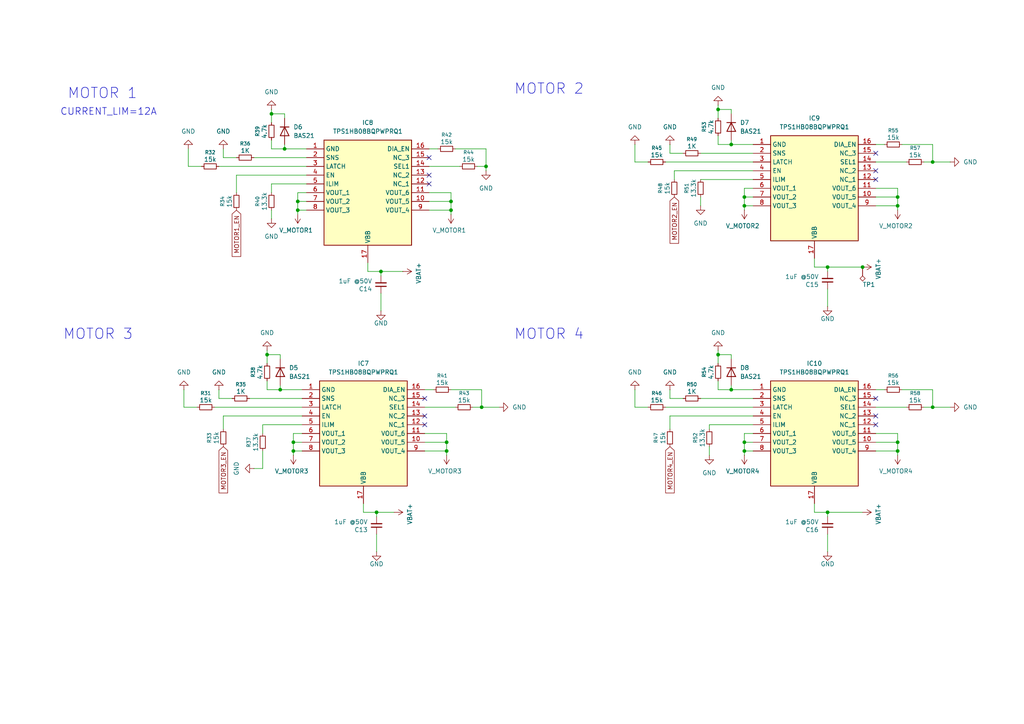
<source format=kicad_sch>
(kicad_sch (version 20250114) (generator "eeschema") (generator_version "9.0")
  (paper "A4")
  (lib_symbols
    (symbol "Connector:TestPoint_Alt" (pin_numbers (hide yes)) (pin_names (offset 0.762) (hide yes))
      (property "Reference" "TP" (at 0 6.858 0))
      (property "Value" "TestPoint_Alt" (at 0 5.08 0))
      (symbol "TestPoint_Alt_0_1"
        (polyline (pts (xy 0 2.54) (xy -0.762 3.302) (xy 0 4.064) (xy 0.762 3.302) (xy 0 2.54)))
      )
      (symbol "TestPoint_Alt_1_1"
        (pin passive line (at 0 0 90) (length 2.54) (name "1") (number "1"))
      )
    )
    (symbol "Device:C_Small" (pin_numbers (hide yes)) (pin_names (offset 0.254) (hide yes))
      (property "Reference" "C" (at 0.254 1.778 0))
      (property "Value" "C_Small" (at 0.254 -2.032 0))
      (symbol "C_Small_0_1"
        (polyline (pts (xy -1.524 0.508) (xy 1.524 0.508)) (stroke (width 0.3048)))
        (polyline (pts (xy -1.524 -0.508) (xy 1.524 -0.508)) (stroke (width 0.3302)))
      )
      (symbol "C_Small_1_1"
        (pin passive line (at 0 2.54 270) (length 2.032) (name "~") (number "1"))
        (pin passive line (at 0 -2.54 90) (length 2.032) (name "~") (number "2"))
      )
    )
    (symbol "Device:R_Small" (pin_numbers (hide yes)) (pin_names (offset 0.254) (hide yes))
      (property "Reference" "R" (at 0 0 90))
      (property "Value" "R_Small" (at 1.778 0 90))
      (symbol "R_Small_0_1"
        (rectangle (start -0.762 1.778) (end 0.762 -1.778) (stroke (width 0.2032)))
      )
      (symbol "R_Small_1_1"
        (pin passive line (at 0 2.54 270) (length 0.762) (name "~") (number "1"))
        (pin passive line (at 0 -2.54 90) (length 0.762) (name "~") (number "2"))
      )
    )
    (symbol "Diode:BAS21" (pin_numbers (hide yes)) (pin_names (hide yes))
      (property "Reference" "D" (at 0 2.54 0))
      (property "Value" "BAS21" (at 0 -2.54 0))
      (symbol "BAS21_0_1"
        (polyline (pts (xy -1.27 1.27) (xy -1.27 -1.27)) (stroke (width 0.254)))
        (polyline (pts (xy 1.27 1.27) (xy 1.27 -1.27) (xy -1.27 0) (xy 1.27 1.27)) (stroke (width 0.254)))
        (polyline (pts (xy 1.27 0) (xy -1.27 0)))
      )
      (symbol "BAS21_1_1"
        (pin passive line (at -3.81 0 0) (length 2.54) (name "K") (number "3"))
        (pin no_connect line (at -1.27 0 0) (length 2.54) (hide yes) (name "NC") (number "2"))
        (pin passive line (at 3.81 0 180) (length 2.54) (name "A") (number "1"))
      )
    )
    (symbol "power:+BATT" (power) (pin_numbers (hide yes)) (pin_names (offset 0) (hide yes))
      (property "Value" "+BATT" (at 0 3.556 0))
      (symbol "+BATT_0_1"
        (polyline (pts (xy -0.762 1.27) (xy 0 2.54)))
        (polyline (pts (xy 0 2.54) (xy 0.762 1.27)))
        (polyline (pts (xy 0 0) (xy 0 2.54)))
      )
      (symbol "+BATT_1_1"
        (pin power_in line (at 0 0 90) (length 0) (name "~") (number "1"))
      )
    )
    (symbol "power:GND1" (power) (pin_numbers (hide yes)) (pin_names (offset 0) (hide yes))
      (property "Value" "GND1" (at 0 -3.81 0))
      (symbol "GND1_0_1"
        (polyline (pts (xy 0 0) (xy 0 -1.27) (xy 1.27 -1.27) (xy 0 -2.54) (xy -1.27 -1.27) (xy 0 -1.27)))
      )
      (symbol "GND1_1_1"
        (pin power_in line (at 0 0 270) (length 0) (name "~") (number "1"))
      )
    )
    (symbol "samac_sys:TPS1HB08BQPWPRQ1"
      (property "Reference" "IC" (at 31.75 7.62 0))
      (property "Value" "TPS1HB08BQPWPRQ1" (at 31.75 5.08 0))
      (symbol "TPS1HB08BQPWPRQ1_1_1"
        (rectangle (start 5.08 2.54) (end 30.48 -27.94) (stroke (width 0.254)) (fill (type background)))
        (pin passive line (at 0 0 0) (length 5.08) (name "GND") (number "1"))
        (pin passive line (at 0 -2.54 0) (length 5.08) (name "SNS") (number "2"))
        (pin passive line (at 0 -5.08 0) (length 5.08) (name "LATCH") (number "3"))
        (pin passive line (at 0 -7.62 0) (length 5.08) (name "EN") (number "4"))
        (pin passive line (at 0 -10.16 0) (length 5.08) (name "ILIM") (number "5"))
        (pin passive line (at 0 -12.7 0) (length 5.08) (name "VOUT_1") (number "6"))
        (pin passive line (at 0 -15.24 0) (length 5.08) (name "VOUT_2") (number "7"))
        (pin passive line (at 0 -17.78 0) (length 5.08) (name "VOUT_3") (number "8"))
        (pin passive line (at 17.78 -33.02 90) (length 5.08) (name "VBB") (number "17"))
        (pin passive line (at 35.56 0 180) (length 5.08) (name "DIA_EN") (number "16"))
        (pin passive line (at 35.56 -2.54 180) (length 5.08) (name "NC_3") (number "15"))
        (pin passive line (at 35.56 -5.08 180) (length 5.08) (name "SEL1") (number "14"))
        (pin passive line (at 35.56 -7.62 180) (length 5.08) (name "NC_2") (number "13"))
        (pin passive line (at 35.56 -10.16 180) (length 5.08) (name "NC_1") (number "12"))
        (pin passive line (at 35.56 -12.7 180) (length 5.08) (name "VOUT_6") (number "11"))
        (pin passive line (at 35.56 -15.24 180) (length 5.08) (name "VOUT_5") (number "10"))
        (pin passive line (at 35.56 -17.78 180) (length 5.08) (name "VOUT_4") (number "9"))
      )
    )
  )
  (text "MOTOR 1" (at 29.718 27.178 0) (effects (font (size 3 3))))
  (text "MOTOR 4" (at 159.258 97.028 0) (effects (font (size 3 3))))
  (text "CURRENT_LIM=12A" (at 31.496 32.512 0) (effects (font (size 2 2))))
  (text "MOTOR 2" (at 159.258 25.908 0) (effects (font (size 3 3))))
  (text "MOTOR 3\n" (at 28.448 97.028 0) (effects (font (size 3 3))))
  (junction (at 215.9 59.69))
  (junction (at 208.28 31.75))
  (junction (at 129.54 128.27))
  (junction (at 240.03 148.59))
  (junction (at 81.28 113.03))
  (junction (at 260.35 130.81))
  (junction (at 86.36 58.42))
  (junction (at 78.74 33.02))
  (junction (at 85.09 128.27))
  (junction (at 260.35 128.27))
  (junction (at 212.09 41.91))
  (junction (at 250.19 77.47))
  (junction (at 240.03 77.47))
  (junction (at 130.81 58.42))
  (junction (at 129.54 130.81))
  (junction (at 260.35 57.15))
  (junction (at 215.9 128.27))
  (junction (at 270.51 118.11))
  (junction (at 77.47 102.87))
  (junction (at 130.81 60.96))
  (junction (at 139.7 118.11))
  (junction (at 140.97 48.26))
  (junction (at 208.28 102.87))
  (junction (at 86.36 60.96))
  (junction (at 82.55 43.18))
  (junction (at 85.09 130.81))
  (junction (at 109.22 148.59))
  (junction (at 270.51 46.99))
  (junction (at 215.9 130.81))
  (junction (at 215.9 57.15))
  (junction (at 212.09 113.03))
  (junction (at 260.35 59.69))
  (junction (at 110.49 78.74))
  (no_connect (at 124.46 53.34))
  (no_connect (at 254 120.65))
  (no_connect (at 254 123.19))
  (no_connect (at 254 49.53))
  (no_connect (at 123.19 123.19))
  (no_connect (at 124.46 50.8))
  (no_connect (at 254 115.57))
  (no_connect (at 123.19 115.57))
  (no_connect (at 254 52.07))
  (no_connect (at 124.46 45.72))
  (no_connect (at 254 44.45))
  (no_connect (at 123.19 120.65))
  (wire (pts (xy 270.51 46.99) (xy 275.59 46.99)))
  (wire (pts (xy 254 128.27) (xy 260.35 128.27)))
  (wire (pts (xy 85.09 132.08) (xy 85.09 130.81)))
  (wire (pts (xy 123.19 130.81) (xy 129.54 130.81)))
  (wire (pts (xy 82.55 33.02) (xy 78.74 33.02)))
  (wire (pts (xy 64.77 124.46) (xy 64.77 120.65)))
  (wire (pts (xy 208.28 113.03) (xy 212.09 113.03)))
  (wire (pts (xy 78.74 63.5) (xy 78.74 60.96)))
  (wire (pts (xy 215.9 57.15) (xy 218.44 57.15)))
  (wire (pts (xy 240.03 78.74) (xy 240.03 77.47)))
  (wire (pts (xy 77.47 102.87) (xy 77.47 105.41)))
  (wire (pts (xy 78.74 33.02) (xy 78.74 35.56)))
  (wire (pts (xy 184.15 118.11) (xy 187.96 118.11)))
  (wire (pts (xy 194.31 115.57) (xy 198.12 115.57)))
  (wire (pts (xy 240.03 149.86) (xy 240.03 148.59)))
  (wire (pts (xy 62.23 118.11) (xy 87.63 118.11)))
  (wire (pts (xy 123.19 118.11) (xy 132.08 118.11)))
  (wire (pts (xy 124.46 55.88) (xy 130.81 55.88)))
  (wire (pts (xy 260.35 57.15) (xy 260.35 59.69)))
  (wire (pts (xy 88.9 43.18) (xy 82.55 43.18)))
  (wire (pts (xy 215.9 125.73) (xy 218.44 125.73)))
  (wire (pts (xy 203.2 57.15) (xy 203.2 59.69)))
  (wire (pts (xy 68.58 50.8) (xy 88.9 50.8)))
  (wire (pts (xy 78.74 43.18) (xy 82.55 43.18)))
  (wire (pts (xy 212.09 41.91) (xy 212.09 40.64)))
  (wire (pts (xy 123.19 113.03) (xy 125.73 113.03)))
  (wire (pts (xy 81.28 113.03) (xy 81.28 111.76)))
  (wire (pts (xy 130.81 113.03) (xy 139.7 113.03)))
  (wire (pts (xy 208.28 31.75) (xy 208.28 30.48)))
  (wire (pts (xy 208.28 102.87) (xy 208.28 101.6)))
  (wire (pts (xy 240.03 83.82) (xy 240.03 88.9)))
  (wire (pts (xy 132.08 43.18) (xy 140.97 43.18)))
  (wire (pts (xy 106.68 78.74) (xy 106.68 76.2)))
  (wire (pts (xy 63.5 48.26) (xy 88.9 48.26)))
  (wire (pts (xy 215.9 59.69) (xy 215.9 57.15)))
  (wire (pts (xy 130.81 60.96) (xy 130.81 62.23)))
  (wire (pts (xy 254 125.73) (xy 260.35 125.73)))
  (wire (pts (xy 205.74 123.19) (xy 205.74 124.46)))
  (wire (pts (xy 54.61 48.26) (xy 58.42 48.26)))
  (wire (pts (xy 236.22 77.47) (xy 240.03 77.47)))
  (wire (pts (xy 254 46.99) (xy 262.89 46.99)))
  (wire (pts (xy 110.49 78.74) (xy 116.84 78.74)))
  (wire (pts (xy 261.62 113.03) (xy 270.51 113.03)))
  (wire (pts (xy 137.16 118.11) (xy 139.7 118.11)))
  (wire (pts (xy 86.36 60.96) (xy 88.9 60.96)))
  (wire (pts (xy 123.19 128.27) (xy 129.54 128.27)))
  (wire (pts (xy 205.74 132.08) (xy 205.74 129.54)))
  (wire (pts (xy 212.09 102.87) (xy 208.28 102.87)))
  (wire (pts (xy 193.04 118.11) (xy 218.44 118.11)))
  (wire (pts (xy 215.9 130.81) (xy 218.44 130.81)))
  (wire (pts (xy 73.66 135.89) (xy 76.2 135.89)))
  (wire (pts (xy 254 113.03) (xy 256.54 113.03)))
  (wire (pts (xy 124.46 48.26) (xy 133.35 48.26)))
  (wire (pts (xy 124.46 43.18) (xy 127 43.18)))
  (wire (pts (xy 124.46 58.42) (xy 130.81 58.42)))
  (wire (pts (xy 64.77 120.65) (xy 87.63 120.65)))
  (wire (pts (xy 218.44 113.03) (xy 212.09 113.03)))
  (wire (pts (xy 140.97 43.18) (xy 140.97 48.26)))
  (wire (pts (xy 110.49 85.09) (xy 110.49 90.17)))
  (wire (pts (xy 254 57.15) (xy 260.35 57.15)))
  (wire (pts (xy 208.28 39.37) (xy 208.28 41.91)))
  (wire (pts (xy 88.9 53.34) (xy 78.74 53.34)))
  (wire (pts (xy 208.28 102.87) (xy 208.28 105.41)))
  (wire (pts (xy 109.22 148.59) (xy 109.22 149.86)))
  (wire (pts (xy 203.2 115.57) (xy 218.44 115.57)))
  (wire (pts (xy 85.09 128.27) (xy 87.63 128.27)))
  (wire (pts (xy 85.09 128.27) (xy 85.09 125.73)))
  (wire (pts (xy 68.58 50.8) (xy 68.58 55.88)))
  (wire (pts (xy 212.09 113.03) (xy 212.09 111.76)))
  (wire (pts (xy 82.55 34.29) (xy 82.55 33.02)))
  (wire (pts (xy 78.74 33.02) (xy 78.74 31.75)))
  (wire (pts (xy 77.47 113.03) (xy 81.28 113.03)))
  (wire (pts (xy 203.2 44.45) (xy 218.44 44.45)))
  (wire (pts (xy 63.5 115.57) (xy 67.31 115.57)))
  (wire (pts (xy 72.39 115.57) (xy 87.63 115.57)))
  (wire (pts (xy 86.36 58.42) (xy 86.36 55.88)))
  (wire (pts (xy 270.51 41.91) (xy 270.51 46.99)))
  (wire (pts (xy 195.58 49.53) (xy 218.44 49.53)))
  (wire (pts (xy 81.28 102.87) (xy 77.47 102.87)))
  (wire (pts (xy 130.81 58.42) (xy 130.81 60.96)))
  (wire (pts (xy 208.28 31.75) (xy 208.28 34.29)))
  (wire (pts (xy 140.97 49.53) (xy 140.97 48.26)))
  (wire (pts (xy 85.09 130.81) (xy 87.63 130.81)))
  (wire (pts (xy 212.09 33.02) (xy 212.09 31.75)))
  (wire (pts (xy 260.35 54.61) (xy 260.35 57.15)))
  (wire (pts (xy 254 54.61) (xy 260.35 54.61)))
  (wire (pts (xy 73.66 45.72) (xy 88.9 45.72)))
  (wire (pts (xy 82.55 43.18) (xy 82.55 41.91)))
  (wire (pts (xy 139.7 113.03) (xy 139.7 118.11)))
  (wire (pts (xy 110.49 80.01) (xy 110.49 78.74)))
  (wire (pts (xy 215.9 130.81) (xy 215.9 128.27)))
  (wire (pts (xy 240.03 77.47) (xy 250.19 77.47)))
  (wire (pts (xy 260.35 59.69) (xy 260.35 60.96)))
  (wire (pts (xy 260.35 128.27) (xy 260.35 130.81)))
  (wire (pts (xy 85.09 125.73) (xy 87.63 125.73)))
  (wire (pts (xy 53.34 113.03) (xy 53.34 118.11)))
  (wire (pts (xy 129.54 130.81) (xy 129.54 132.08)))
  (wire (pts (xy 205.74 123.19) (xy 218.44 123.19)))
  (wire (pts (xy 76.2 135.89) (xy 76.2 130.81)))
  (wire (pts (xy 254 59.69) (xy 260.35 59.69)))
  (wire (pts (xy 109.22 148.59) (xy 114.3 148.59)))
  (wire (pts (xy 184.15 113.03) (xy 184.15 118.11)))
  (wire (pts (xy 53.34 118.11) (xy 57.15 118.11)))
  (wire (pts (xy 139.7 118.11) (xy 144.78 118.11)))
  (wire (pts (xy 77.47 102.87) (xy 77.47 101.6)))
  (wire (pts (xy 254 41.91) (xy 256.54 41.91)))
  (wire (pts (xy 203.2 52.07) (xy 218.44 52.07)))
  (wire (pts (xy 76.2 123.19) (xy 76.2 125.73)))
  (wire (pts (xy 109.22 154.94) (xy 109.22 160.02)))
  (wire (pts (xy 78.74 53.34) (xy 78.74 55.88)))
  (wire (pts (xy 63.5 113.03) (xy 63.5 115.57)))
  (wire (pts (xy 184.15 46.99) (xy 187.96 46.99)))
  (wire (pts (xy 208.28 41.91) (xy 212.09 41.91)))
  (wire (pts (xy 138.43 48.26) (xy 140.97 48.26)))
  (wire (pts (xy 194.31 113.03) (xy 194.31 115.57)))
  (wire (pts (xy 260.35 130.81) (xy 260.35 132.08)))
  (wire (pts (xy 218.44 41.91) (xy 212.09 41.91)))
  (wire (pts (xy 195.58 52.07) (xy 195.58 49.53)))
  (wire (pts (xy 215.9 57.15) (xy 215.9 54.61)))
  (wire (pts (xy 254 118.11) (xy 262.89 118.11)))
  (wire (pts (xy 212.09 104.14) (xy 212.09 102.87)))
  (wire (pts (xy 267.97 118.11) (xy 270.51 118.11)))
  (wire (pts (xy 106.68 78.74) (xy 110.49 78.74)))
  (wire (pts (xy 270.51 113.03) (xy 270.51 118.11)))
  (wire (pts (xy 184.15 41.91) (xy 184.15 46.99)))
  (wire (pts (xy 215.9 128.27) (xy 218.44 128.27)))
  (wire (pts (xy 129.54 125.73) (xy 129.54 128.27)))
  (wire (pts (xy 78.74 40.64) (xy 78.74 43.18)))
  (wire (pts (xy 193.04 46.99) (xy 218.44 46.99)))
  (wire (pts (xy 76.2 123.19) (xy 87.63 123.19)))
  (wire (pts (xy 236.22 148.59) (xy 236.22 146.05)))
  (wire (pts (xy 105.41 148.59) (xy 105.41 146.05)))
  (wire (pts (xy 87.63 113.03) (xy 81.28 113.03)))
  (wire (pts (xy 124.46 60.96) (xy 130.81 60.96)))
  (wire (pts (xy 105.41 148.59) (xy 109.22 148.59)))
  (wire (pts (xy 64.77 45.72) (xy 68.58 45.72)))
  (wire (pts (xy 240.03 148.59) (xy 250.19 148.59)))
  (wire (pts (xy 254 130.81) (xy 260.35 130.81)))
  (wire (pts (xy 130.81 55.88) (xy 130.81 58.42)))
  (wire (pts (xy 212.09 31.75) (xy 208.28 31.75)))
  (wire (pts (xy 194.31 124.46) (xy 194.31 120.65)))
  (wire (pts (xy 270.51 118.11) (xy 275.59 118.11)))
  (wire (pts (xy 261.62 41.91) (xy 270.51 41.91)))
  (wire (pts (xy 208.28 110.49) (xy 208.28 113.03)))
  (wire (pts (xy 54.61 43.18) (xy 54.61 48.26)))
  (wire (pts (xy 236.22 148.59) (xy 240.03 148.59)))
  (wire (pts (xy 240.03 154.94) (xy 240.03 160.02)))
  (wire (pts (xy 86.36 60.96) (xy 86.36 58.42)))
  (wire (pts (xy 64.77 43.18) (xy 64.77 45.72)))
  (wire (pts (xy 215.9 54.61) (xy 218.44 54.61)))
  (wire (pts (xy 86.36 62.23) (xy 86.36 60.96)))
  (wire (pts (xy 215.9 132.08) (xy 215.9 130.81)))
  (wire (pts (xy 215.9 60.96) (xy 215.9 59.69)))
  (wire (pts (xy 215.9 59.69) (xy 218.44 59.69)))
  (wire (pts (xy 236.22 77.47) (xy 236.22 74.93)))
  (wire (pts (xy 85.09 130.81) (xy 85.09 128.27)))
  (wire (pts (xy 194.31 41.91) (xy 194.31 44.45)))
  (wire (pts (xy 86.36 55.88) (xy 88.9 55.88)))
  (wire (pts (xy 194.31 44.45) (xy 198.12 44.45)))
  (wire (pts (xy 86.36 58.42) (xy 88.9 58.42)))
  (wire (pts (xy 267.97 46.99) (xy 270.51 46.99)))
  (wire (pts (xy 81.28 104.14) (xy 81.28 102.87)))
  (wire (pts (xy 123.19 125.73) (xy 129.54 125.73)))
  (wire (pts (xy 77.47 110.49) (xy 77.47 113.03)))
  (wire (pts (xy 129.54 128.27) (xy 129.54 130.81)))
  (wire (pts (xy 260.35 125.73) (xy 260.35 128.27)))
  (wire (pts (xy 194.31 120.65) (xy 218.44 120.65)))
  (wire (pts (xy 215.9 128.27) (xy 215.9 125.73)))
  (global_label "MOTOR4_EN" (shape input) (at 194.31 129.54 270) (property "Intersheetrefs" "${INTERSHEET_REFS}" (effects (hide yes))))
  (global_label "MOTOR2_EN" (shape input) (at 195.58 57.15 270) (property "Intersheetrefs" "${INTERSHEET_REFS}" (effects (hide yes))))
  (global_label "MOTOR1_EN" (shape input) (at 68.58 60.96 270) (property "Intersheetrefs" "${INTERSHEET_REFS}" (effects (hide yes))))
  (global_label "MOTOR3_EN" (shape input) (at 64.77 129.54 270) (property "Intersheetrefs" "${INTERSHEET_REFS}" (effects (hide yes))))
  (symbol (lib_id "power:GND1") (at 194.31 113.03 180) (unit 1)
    (property "Reference" "#PWR074" (effects (hide yes)))
    (property "Value" "GND" (at 194.31 107.95 0))
    (property "Description" "Power symbol creates a global label with name \"GND1\" , ground" (effects (hide yes)))
  )
  (symbol (lib_id "Device:R_Small") (at 208.28 107.95 180) (unit 1)
    (property "Reference" "R54" (at 204.216 107.95 90) (effects (font (size 1.016 1.016))))
    (property "Value" "4.7k" (at 206.248 107.95 90))
    (property "Footprint" "Resistor_SMD:R_0603_1608Metric" (effects (hide yes)))
    (property "Description" "Resistor, small symbol" (effects (hide yes)))
  )
  (symbol (lib_id "power:GND1") (at 208.28 30.48 180) (unit 1)
    (property "Reference" "#PWR077" (effects (hide yes)))
    (property "Value" "GND" (at 208.28 25.4 0))
    (property "Description" "Power symbol creates a global label with name \"GND1\" , ground" (effects (hide yes)))
  )
  (symbol (lib_id "Device:C_Small") (at 109.22 152.4 180) (unit 1)
    (property "Reference" "C13" (at 106.68 153.6638 0) (effects (justify left)))
    (property "Value" "1uF @50V" (at 106.68 151.384 0) (effects (justify left)))
    (property "Footprint" "Capacitor_SMD:C_0805_2012Metric_Pad1.18x1.45mm_HandSolder" (effects (hide yes)))
    (property "Datasheet" "GRT21BR71H105KE01K" (effects (hide yes)))
    (property "Description" "Unpolarized capacitor, small symbol" (effects (hide yes)))
  )
  (symbol (lib_id "power:GND1") (at 240.03 160.02 0) (unit 1)
    (property "Reference" "#PWR082" (effects (hide yes)))
    (property "Value" "GND" (at 240.03 163.576 0))
    (property "Description" "Power symbol creates a global label with name \"GND1\" , ground" (effects (hide yes)))
  )
  (symbol (lib_id "power:GND1") (at 109.22 160.02 0) (unit 1)
    (property "Reference" "#PWR063" (effects (hide yes)))
    (property "Value" "GND" (at 109.22 163.576 0))
    (property "Description" "Power symbol creates a global label with name \"GND1\" , ground" (effects (hide yes)))
  )
  (symbol (lib_id "power:GND1") (at 77.47 101.6 180) (unit 1)
    (property "Reference" "#PWR058" (effects (hide yes)))
    (property "Value" "GND" (at 77.47 96.52 0))
    (property "Description" "Power symbol creates a global label with name \"GND1\" , ground" (effects (hide yes)))
  )
  (symbol (lib_id "samac_sys:TPS1HB08BQPWPRQ1") (at 88.9 43.18 0) (unit 1)
    (property "Reference" "IC8" (at 106.68 35.56 0))
    (property "Value" "TPS1HB08BQPWPRQ1" (at 106.68 38.1 0))
    (property "Footprint" "SamacSys_Parts:SOP65P640X120-17N" (effects (hide yes)))
    (property "Datasheet" "https://www.ti.com/lit/gpn/TPS1HB08-Q1" (effects (hide yes)))
    (property "Description" "Power Switch ICs - Power Distribution 40V, 8-mOhm, 1-Ch smart high-side switch 16-HTSSOP -40 to 125" (effects (hide yes)))
    (property "Height" "1.2" (effects (hide yes)))
    (property "Mouser Part Number" "595-TPS1HB08BQPWPRQ1" (effects (hide yes)))
    (property "Mouser Price/Stock" "https://www.mouser.co.uk/ProductDetail/Texas-Instruments/TPS1HB08BQPWPRQ1?qs=mAH9sUMRCtv45LM2ONjbhg%3D%3D" (effects (hide yes)))
    (property "Manufacturer_Name" "Texas Instruments" (effects (hide yes)))
    (property "Manufacturer_Part_Number" "TPS1HB08BQPWPRQ1" (effects (hide yes)))
  )
  (symbol (lib_id "power:+BATT") (at 215.9 60.96 180) (unit 1)
    (property "Reference" "#PWR079" (effects (hide yes)))
    (property "Value" "V_MOTOR2" (at 215.392 65.532 0))
    (property "Description" "Power symbol creates a global label with name \"+BATT\"" (effects (hide yes)))
  )
  (symbol (lib_id "power:+BATT") (at 116.84 78.74 270) (unit 1)
    (property "Reference" "#PWR066" (effects (hide yes)))
    (property "Value" "VBAT+" (at 121.412 79.248 0))
    (property "Description" "Power symbol creates a global label with name \"+BATT\"" (effects (hide yes)))
  )
  (symbol (lib_id "power:GND1") (at 194.31 41.91 180) (unit 1)
    (property "Reference" "#PWR073" (effects (hide yes)))
    (property "Value" "GND" (at 194.31 36.83 0))
    (property "Description" "Power symbol creates a global label with name \"GND1\" , ground" (effects (hide yes)))
  )
  (symbol (lib_id "Device:R_Small") (at 78.74 58.42 180) (unit 1)
    (property "Reference" "R40" (at 74.676 58.42 90) (effects (font (size 1.016 1.016))))
    (property "Value" "13.3k" (at 76.708 58.42 90))
    (property "Footprint" "Resistor_SMD:R_0603_1608Metric" (effects (hide yes)))
    (property "Description" "Resistor, small symbol" (effects (hide yes)))
  )
  (symbol (lib_id "power:GND1") (at 208.28 101.6 180) (unit 1)
    (property "Reference" "#PWR078" (effects (hide yes)))
    (property "Value" "GND" (at 208.28 96.52 0))
    (property "Description" "Power symbol creates a global label with name \"GND1\" , ground" (effects (hide yes)))
  )
  (symbol (lib_id "power:GND1") (at 205.74 132.08 0) (unit 1)
    (property "Reference" "#PWR076" (effects (hide yes)))
    (property "Value" "GND" (at 205.74 137.16 0))
    (property "Description" "Power symbol creates a global label with name \"GND1\" , ground" (effects (hide yes)))
  )
  (symbol (lib_id "Device:R_Small") (at 259.08 113.03 90) (unit 1)
    (property "Reference" "R56" (at 259.08 108.966 90) (effects (font (size 1.016 1.016))))
    (property "Value" "15k" (at 259.08 110.998 90))
    (property "Footprint" "Resistor_SMD:R_0603_1608Metric" (effects (hide yes)))
    (property "Description" "Resistor, small symbol" (effects (hide yes)))
  )
  (symbol (lib_id "Device:R_Small") (at 134.62 118.11 90) (unit 1)
    (property "Reference" "R43" (at 134.62 114.046 90) (effects (font (size 1.016 1.016))))
    (property "Value" "15k" (at 134.62 116.078 90))
    (property "Footprint" "Resistor_SMD:R_0603_1608Metric" (effects (hide yes)))
    (property "Description" "Resistor, small symbol" (effects (hide yes)))
  )
  (symbol (lib_id "power:+BATT") (at 114.3 148.59 270) (unit 1)
    (property "Reference" "#PWR065" (effects (hide yes)))
    (property "Value" "VBAT+" (at 118.872 149.098 0))
    (property "Description" "Power symbol creates a global label with name \"+BATT\"" (effects (hide yes)))
  )
  (symbol (lib_id "power:GND1") (at 110.49 90.17 0) (unit 1)
    (property "Reference" "#PWR064" (effects (hide yes)))
    (property "Value" "GND" (at 110.49 93.726 0))
    (property "Description" "Power symbol creates a global label with name \"GND1\" , ground" (effects (hide yes)))
  )
  (symbol (lib_id "power:GND1") (at 184.15 113.03 180) (unit 1)
    (property "Reference" "#PWR072" (effects (hide yes)))
    (property "Value" "GND" (at 184.15 107.95 0))
    (property "Description" "Power symbol creates a global label with name \"GND1\" , ground" (effects (hide yes)))
  )
  (symbol (lib_id "Device:R_Small") (at 205.74 127 180) (unit 1)
    (property "Reference" "R52" (at 201.676 127 90) (effects (font (size 1.016 1.016))))
    (property "Value" "13.3k" (at 203.708 127 90))
    (property "Footprint" "Resistor_SMD:R_0603_1608Metric" (effects (hide yes)))
    (property "Description" "Resistor, small symbol" (effects (hide yes)))
  )
  (symbol (lib_id "Device:R_Small") (at 128.27 113.03 90) (unit 1)
    (property "Reference" "R41" (at 128.27 108.966 90) (effects (font (size 1.016 1.016))))
    (property "Value" "15k" (at 128.27 110.998 90))
    (property "Footprint" "Resistor_SMD:R_0603_1608Metric" (effects (hide yes)))
    (property "Description" "Resistor, small symbol" (effects (hide yes)))
  )
  (symbol (lib_id "Diode:BAS21") (at 82.55 38.1 270) (unit 1)
    (property "Reference" "D6" (at 85.09 36.8299 90) (effects (justify left)))
    (property "Value" "BAS21" (at 85.09 39.3699 90) (effects (justify left)))
    (property "Footprint" "Package_TO_SOT_SMD:SOT-23" (effects (hide yes)))
    (property "Datasheet" "https://www.diodes.com/assets/Datasheets/Ds12004.pdf" (effects (hide yes)))
    (property "Description" "250V, 0.4A, High-speed Switching Diode, SOT-23" (effects (hide yes)))
  )
  (symbol (lib_id "samac_sys:TPS1HB08BQPWPRQ1") (at 218.44 41.91 0) (unit 1)
    (property "Reference" "IC9" (at 236.22 34.29 0))
    (property "Value" "TPS1HB08BQPWPRQ1" (at 236.22 36.83 0))
    (property "Footprint" "SamacSys_Parts:SOP65P640X120-17N" (effects (hide yes)))
    (property "Datasheet" "https://www.ti.com/lit/gpn/TPS1HB08-Q1" (effects (hide yes)))
    (property "Description" "Power Switch ICs - Power Distribution 40V, 8-mOhm, 1-Ch smart high-side switch 16-HTSSOP -40 to 125" (effects (hide yes)))
    (property "Height" "1.2" (effects (hide yes)))
    (property "Mouser Part Number" "595-TPS1HB08BQPWPRQ1" (effects (hide yes)))
    (property "Mouser Price/Stock" "https://www.mouser.co.uk/ProductDetail/Texas-Instruments/TPS1HB08BQPWPRQ1?qs=mAH9sUMRCtv45LM2ONjbhg%3D%3D" (effects (hide yes)))
    (property "Manufacturer_Name" "Texas Instruments" (effects (hide yes)))
    (property "Manufacturer_Part_Number" "TPS1HB08BQPWPRQ1" (effects (hide yes)))
  )
  (symbol (lib_id "Device:R_Small") (at 135.89 48.26 90) (unit 1)
    (property "Reference" "R44" (at 135.89 44.196 90) (effects (font (size 1.016 1.016))))
    (property "Value" "15k" (at 135.89 46.228 90))
    (property "Footprint" "Resistor_SMD:R_0603_1608Metric" (effects (hide yes)))
    (property "Description" "Resistor, small symbol" (effects (hide yes)))
  )
  (symbol (lib_id "Device:R_Small") (at 194.31 127 180) (unit 1)
    (property "Reference" "R47" (at 190.246 127 90) (effects (font (size 1.016 1.016))))
    (property "Value" "15k" (at 192.278 127 90))
    (property "Footprint" "Resistor_SMD:R_0603_1608Metric" (effects (hide yes)))
    (property "Description" "Resistor, small symbol" (effects (hide yes)))
  )
  (symbol (lib_id "Device:R_Small") (at 265.43 118.11 90) (unit 1)
    (property "Reference" "R58" (at 265.43 114.046 90) (effects (font (size 1.016 1.016))))
    (property "Value" "15k" (at 265.43 116.078 90))
    (property "Footprint" "Resistor_SMD:R_0603_1608Metric" (effects (hide yes)))
    (property "Description" "Resistor, small symbol" (effects (hide yes)))
  )
  (symbol (lib_id "Device:R_Small") (at 76.2 128.27 180) (unit 1)
    (property "Reference" "R37" (at 72.136 128.27 90) (effects (font (size 1.016 1.016))))
    (property "Value" "13.3k" (at 74.168 128.27 90))
    (property "Footprint" "Resistor_SMD:R_0603_1608Metric" (effects (hide yes)))
    (property "Description" "Resistor, small symbol" (effects (hide yes)))
  )
  (symbol (lib_id "power:GND1") (at 184.15 41.91 180) (unit 1)
    (property "Reference" "#PWR071" (effects (hide yes)))
    (property "Value" "GND" (at 184.15 36.83 0))
    (property "Description" "Power symbol creates a global label with name \"GND1\" , ground" (effects (hide yes)))
  )
  (symbol (lib_id "Connector:TestPoint_Alt") (at 250.19 77.47 180) (unit 1)
    (property "Reference" "TP1" (at 250.19 82.55 0) (effects (justify right)))
    (property "Value" "TestPoint_Alt" (effects (hide yes)))
    (property "Footprint" "TestPoint:TestPoint_THTPad_1.0x1.0mm_Drill0.5mm" (effects (hide yes)))
    (property "Description" "test point (alternative shape)" (effects (hide yes)))
  )
  (symbol (lib_id "samac_sys:TPS1HB08BQPWPRQ1") (at 87.63 113.03 0) (unit 1)
    (property "Reference" "IC7" (at 105.41 105.41 0))
    (property "Value" "TPS1HB08BQPWPRQ1" (at 105.41 107.95 0))
    (property "Footprint" "SamacSys_Parts:SOP65P640X120-17N" (effects (hide yes)))
    (property "Datasheet" "https://www.ti.com/lit/gpn/TPS1HB08-Q1" (effects (hide yes)))
    (property "Description" "Power Switch ICs - Power Distribution 40V, 8-mOhm, 1-Ch smart high-side switch 16-HTSSOP -40 to 125" (effects (hide yes)))
    (property "Height" "1.2" (effects (hide yes)))
    (property "Mouser Part Number" "595-TPS1HB08BQPWPRQ1" (effects (hide yes)))
    (property "Mouser Price/Stock" "https://www.mouser.co.uk/ProductDetail/Texas-Instruments/TPS1HB08BQPWPRQ1?qs=mAH9sUMRCtv45LM2ONjbhg%3D%3D" (effects (hide yes)))
    (property "Manufacturer_Name" "Texas Instruments" (effects (hide yes)))
    (property "Manufacturer_Part_Number" "TPS1HB08BQPWPRQ1" (effects (hide yes)))
  )
  (symbol (lib_id "power:GND1") (at 64.77 43.18 180) (unit 1)
    (property "Reference" "#PWR056" (effects (hide yes)))
    (property "Value" "GND" (at 64.77 38.1 0))
    (property "Description" "Power symbol creates a global label with name \"GND1\" , ground" (effects (hide yes)))
  )
  (symbol (lib_id "power:GND1") (at 275.59 46.99 90) (unit 1)
    (property "Reference" "#PWR087" (effects (hide yes)))
    (property "Value" "GND" (at 279.4 46.9899 90) (effects (justify right)))
    (property "Description" "Power symbol creates a global label with name \"GND1\" , ground" (effects (hide yes)))
  )
  (symbol (lib_id "Device:C_Small") (at 240.03 152.4 180) (unit 1)
    (property "Reference" "C16" (at 237.49 153.6638 0) (effects (justify left)))
    (property "Value" "1uF @50V" (at 237.49 151.384 0) (effects (justify left)))
    (property "Footprint" "Capacitor_SMD:C_0805_2012Metric_Pad1.18x1.45mm_HandSolder" (effects (hide yes)))
    (property "Datasheet" "GRT21BR71H105KE01K" (effects (hide yes)))
    (property "Description" "Unpolarized capacitor, small symbol" (effects (hide yes)))
  )
  (symbol (lib_id "power:+BATT") (at 250.19 77.47 270) (unit 1)
    (property "Reference" "#PWR083" (effects (hide yes)))
    (property "Value" "VBAT+" (at 254.762 77.978 0))
    (property "Description" "Power symbol creates a global label with name \"+BATT\"" (effects (hide yes)))
  )
  (symbol (lib_id "Device:R_Small") (at 190.5 46.99 90) (unit 1)
    (property "Reference" "R45" (at 190.5 42.926 90) (effects (font (size 1.016 1.016))))
    (property "Value" "15k" (at 190.5 44.958 90))
    (property "Footprint" "Resistor_SMD:R_0603_1608Metric" (effects (hide yes)))
    (property "Description" "Resistor, small symbol" (effects (hide yes)))
  )
  (symbol (lib_id "Device:R_Small") (at 59.69 118.11 90) (unit 1)
    (property "Reference" "R31" (at 59.69 114.046 90) (effects (font (size 1.016 1.016))))
    (property "Value" "15k" (at 59.69 116.078 90))
    (property "Footprint" "Resistor_SMD:R_0603_1608Metric" (effects (hide yes)))
    (property "Description" "Resistor, small symbol" (effects (hide yes)))
  )
  (symbol (lib_id "Device:R_Small") (at 195.58 54.61 180) (unit 1)
    (property "Reference" "R48" (at 191.516 54.61 90) (effects (font (size 1.016 1.016))))
    (property "Value" "15k" (at 193.548 54.61 90))
    (property "Footprint" "Resistor_SMD:R_0603_1608Metric" (effects (hide yes)))
    (property "Description" "Resistor, small symbol" (effects (hide yes)))
  )
  (symbol (lib_id "power:GND1") (at 240.03 88.9 0) (unit 1)
    (property "Reference" "#PWR081" (effects (hide yes)))
    (property "Value" "GND" (at 240.03 92.456 0))
    (property "Description" "Power symbol creates a global label with name \"GND1\" , ground" (effects (hide yes)))
  )
  (symbol (lib_id "Device:R_Small") (at 200.66 44.45 90) (unit 1)
    (property "Reference" "R49" (at 200.66 40.386 90) (effects (font (size 1.016 1.016))))
    (property "Value" "1K" (at 200.66 42.418 90))
    (property "Footprint" "Resistor_SMD:R_0603_1608Metric" (effects (hide yes)))
    (property "Description" "Resistor, small symbol" (effects (hide yes)))
  )
  (symbol (lib_id "power:GND1") (at 63.5 113.03 180) (unit 1)
    (property "Reference" "#PWR055" (effects (hide yes)))
    (property "Value" "GND" (at 63.5 107.95 0))
    (property "Description" "Power symbol creates a global label with name \"GND1\" , ground" (effects (hide yes)))
  )
  (symbol (lib_id "power:+BATT") (at 129.54 132.08 180) (unit 1)
    (property "Reference" "#PWR067" (effects (hide yes)))
    (property "Value" "V_MOTOR3" (at 129.032 136.652 0))
    (property "Description" "Power symbol creates a global label with name \"+BATT\"" (effects (hide yes)))
  )
  (symbol (lib_id "Device:R_Small") (at 200.66 115.57 90) (unit 1)
    (property "Reference" "R50" (at 200.66 111.506 90) (effects (font (size 1.016 1.016))))
    (property "Value" "1K" (at 200.66 113.538 90))
    (property "Footprint" "Resistor_SMD:R_0603_1608Metric" (effects (hide yes)))
    (property "Description" "Resistor, small symbol" (effects (hide yes)))
  )
  (symbol (lib_id "Device:R_Small") (at 71.12 45.72 90) (unit 1)
    (property "Reference" "R36" (at 71.12 41.656 90) (effects (font (size 1.016 1.016))))
    (property "Value" "1K" (at 71.12 43.688 90))
    (property "Footprint" "Resistor_SMD:R_0603_1608Metric" (effects (hide yes)))
    (property "Description" "Resistor, small symbol" (effects (hide yes)))
  )
  (symbol (lib_id "power:+BATT") (at 260.35 132.08 180) (unit 1)
    (property "Reference" "#PWR086" (effects (hide yes)))
    (property "Value" "V_MOTOR4" (at 259.842 136.652 0))
    (property "Description" "Power symbol creates a global label with name \"+BATT\"" (effects (hide yes)))
  )
  (symbol (lib_id "Device:R_Small") (at 259.08 41.91 90) (unit 1)
    (property "Reference" "R55" (at 259.08 37.846 90) (effects (font (size 1.016 1.016))))
    (property "Value" "15k" (at 259.08 39.878 90))
    (property "Footprint" "Resistor_SMD:R_0603_1608Metric" (effects (hide yes)))
    (property "Description" "Resistor, small symbol" (effects (hide yes)))
  )
  (symbol (lib_id "power:+BATT") (at 130.81 62.23 180) (unit 1)
    (property "Reference" "#PWR068" (effects (hide yes)))
    (property "Value" "V_MOTOR1" (at 130.302 66.802 0))
    (property "Description" "Power symbol creates a global label with name \"+BATT\"" (effects (hide yes)))
  )
  (symbol (lib_id "Device:R_Small") (at 190.5 118.11 90) (unit 1)
    (property "Reference" "R46" (at 190.5 114.046 90) (effects (font (size 1.016 1.016))))
    (property "Value" "15k" (at 190.5 116.078 90))
    (property "Footprint" "Resistor_SMD:R_0603_1608Metric" (effects (hide yes)))
    (property "Description" "Resistor, small symbol" (effects (hide yes)))
  )
  (symbol (lib_id "power:+BATT") (at 86.36 62.23 180) (unit 1)
    (property "Reference" "#PWR062" (effects (hide yes)))
    (property "Value" "V_MOTOR1" (at 85.852 66.802 0))
    (property "Description" "Power symbol creates a global label with name \"+BATT\"" (effects (hide yes)))
  )
  (symbol (lib_id "Device:R_Small") (at 129.54 43.18 90) (unit 1)
    (property "Reference" "R42" (at 129.54 39.116 90) (effects (font (size 1.016 1.016))))
    (property "Value" "15k" (at 129.54 41.148 90))
    (property "Footprint" "Resistor_SMD:R_0603_1608Metric" (effects (hide yes)))
    (property "Description" "Resistor, small symbol" (effects (hide yes)))
  )
  (symbol (lib_id "power:GND1") (at 78.74 63.5 0) (unit 1)
    (property "Reference" "#PWR060" (effects (hide yes)))
    (property "Value" "GND" (at 78.74 68.58 0))
    (property "Description" "Power symbol creates a global label with name \"GND1\" , ground" (effects (hide yes)))
  )
  (symbol (lib_id "Diode:BAS21") (at 212.09 107.95 270) (unit 1)
    (property "Reference" "D8" (at 214.63 106.6799 90) (effects (justify left)))
    (property "Value" "BAS21" (at 214.63 109.2199 90) (effects (justify left)))
    (property "Footprint" "Package_TO_SOT_SMD:SOT-23" (effects (hide yes)))
    (property "Datasheet" "https://www.diodes.com/assets/Datasheets/Ds12004.pdf" (effects (hide yes)))
    (property "Description" "250V, 0.4A, High-speed Switching Diode, SOT-23" (effects (hide yes)))
  )
  (symbol (lib_id "power:GND1") (at 73.66 135.89 270) (unit 1)
    (property "Reference" "#PWR057" (effects (hide yes)))
    (property "Value" "GND" (at 68.58 135.89 0))
    (property "Description" "Power symbol creates a global label with name \"GND1\" , ground" (effects (hide yes)))
  )
  (symbol (lib_id "Device:R_Small") (at 64.77 127 180) (unit 1)
    (property "Reference" "R33" (at 60.706 127 90) (effects (font (size 1.016 1.016))))
    (property "Value" "15k" (at 62.738 127 90))
    (property "Footprint" "Resistor_SMD:R_0603_1608Metric" (effects (hide yes)))
    (property "Description" "Resistor, small symbol" (effects (hide yes)))
  )
  (symbol (lib_id "Device:R_Small") (at 77.47 107.95 180) (unit 1)
    (property "Reference" "R38" (at 73.406 107.95 90) (effects (font (size 1.016 1.016))))
    (property "Value" "4.7k" (at 75.438 107.95 90))
    (property "Footprint" "Resistor_SMD:R_0603_1608Metric" (effects (hide yes)))
    (property "Description" "Resistor, small symbol" (effects (hide yes)))
  )
  (symbol (lib_id "power:GND1") (at 140.97 49.53 0) (unit 1)
    (property "Reference" "#PWR069" (effects (hide yes)))
    (property "Value" "GND" (at 140.97 54.61 0))
    (property "Description" "Power symbol creates a global label with name \"GND1\" , ground" (effects (hide yes)))
  )
  (symbol (lib_id "Diode:BAS21") (at 81.28 107.95 270) (unit 1)
    (property "Reference" "D5" (at 83.82 106.6799 90) (effects (justify left)))
    (property "Value" "BAS21" (at 83.82 109.2199 90) (effects (justify left)))
    (property "Footprint" "Package_TO_SOT_SMD:SOT-23" (effects (hide yes)))
    (property "Datasheet" "https://www.diodes.com/assets/Datasheets/Ds12004.pdf" (effects (hide yes)))
    (property "Description" "250V, 0.4A, High-speed Switching Diode, SOT-23" (effects (hide yes)))
  )
  (symbol (lib_id "Device:C_Small") (at 110.49 82.55 180) (unit 1)
    (property "Reference" "C14" (at 107.95 83.8138 0) (effects (justify left)))
    (property "Value" "1uF @50V" (at 107.95 81.534 0) (effects (justify left)))
    (property "Footprint" "Capacitor_SMD:C_0805_2012Metric_Pad1.18x1.45mm_HandSolder" (effects (hide yes)))
    (property "Datasheet" "GRT21BR71H105KE01K" (effects (hide yes)))
    (property "Description" "Unpolarized capacitor, small symbol" (effects (hide yes)))
  )
  (symbol (lib_id "Device:R_Small") (at 60.96 48.26 90) (unit 1)
    (property "Reference" "R32" (at 60.96 44.196 90) (effects (font (size 1.016 1.016))))
    (property "Value" "15k" (at 60.96 46.228 90))
    (property "Footprint" "Resistor_SMD:R_0603_1608Metric" (effects (hide yes)))
    (property "Description" "Resistor, small symbol" (effects (hide yes)))
  )
  (symbol (lib_id "power:+BATT") (at 250.19 148.59 270) (unit 1)
    (property "Reference" "#PWR084" (effects (hide yes)))
    (property "Value" "VBAT+" (at 254.762 149.098 0))
    (property "Description" "Power symbol creates a global label with name \"+BATT\"" (effects (hide yes)))
  )
  (symbol (lib_id "Device:R_Small") (at 69.85 115.57 90) (unit 1)
    (property "Reference" "R35" (at 69.85 111.506 90) (effects (font (size 1.016 1.016))))
    (property "Value" "1K" (at 69.85 113.538 90))
    (property "Footprint" "Resistor_SMD:R_0603_1608Metric" (effects (hide yes)))
    (property "Description" "Resistor, small symbol" (effects (hide yes)))
  )
  (symbol (lib_id "power:GND1") (at 78.74 31.75 180) (unit 1)
    (property "Reference" "#PWR059" (effects (hide yes)))
    (property "Value" "GND" (at 78.74 26.67 0))
    (property "Description" "Power symbol creates a global label with name \"GND1\" , ground" (effects (hide yes)))
  )
  (symbol (lib_id "Device:R_Small") (at 203.2 54.61 180) (unit 1)
    (property "Reference" "R51" (at 199.136 54.61 90) (effects (font (size 1.016 1.016))))
    (property "Value" "13.3k" (at 201.168 54.61 90))
    (property "Footprint" "Resistor_SMD:R_0603_1608Metric" (effects (hide yes)))
    (property "Description" "Resistor, small symbol" (effects (hide yes)))
  )
  (symbol (lib_id "power:GND1") (at 144.78 118.11 90) (unit 1)
    (property "Reference" "#PWR070" (effects (hide yes)))
    (property "Value" "GND" (at 148.59 118.1099 90) (effects (justify right)))
    (property "Description" "Power symbol creates a global label with name \"GND1\" , ground" (effects (hide yes)))
  )
  (symbol (lib_id "Device:C_Small") (at 240.03 81.28 180) (unit 1)
    (property "Reference" "C15" (at 237.49 82.5438 0) (effects (justify left)))
    (property "Value" "1uF @50V" (at 237.49 80.264 0) (effects (justify left)))
    (property "Footprint" "Capacitor_SMD:C_0805_2012Metric_Pad1.18x1.45mm_HandSolder" (effects (hide yes)))
    (property "Datasheet" "GRT21BR71H105KE01K" (effects (hide yes)))
    (property "Description" "Unpolarized capacitor, small symbol" (effects (hide yes)))
  )
  (symbol (lib_id "power:GND1") (at 53.34 113.03 180) (unit 1)
    (property "Reference" "#PWR053" (effects (hide yes)))
    (property "Value" "GND" (at 53.34 107.95 0))
    (property "Description" "Power symbol creates a global label with name \"GND1\" , ground" (effects (hide yes)))
  )
  (symbol (lib_id "samac_sys:TPS1HB08BQPWPRQ1") (at 218.44 113.03 0) (unit 1)
    (property "Reference" "IC10" (at 236.22 105.41 0))
    (property "Value" "TPS1HB08BQPWPRQ1" (at 236.22 107.95 0))
    (property "Footprint" "SamacSys_Parts:SOP65P640X120-17N" (effects (hide yes)))
    (property "Datasheet" "https://www.ti.com/lit/gpn/TPS1HB08-Q1" (effects (hide yes)))
    (property "Description" "Power Switch ICs - Power Distribution 40V, 8-mOhm, 1-Ch smart high-side switch 16-HTSSOP -40 to 125" (effects (hide yes)))
    (property "Height" "1.2" (effects (hide yes)))
    (property "Mouser Part Number" "595-TPS1HB08BQPWPRQ1" (effects (hide yes)))
    (property "Mouser Price/Stock" "https://www.mouser.co.uk/ProductDetail/Texas-Instruments/TPS1HB08BQPWPRQ1?qs=mAH9sUMRCtv45LM2ONjbhg%3D%3D" (effects (hide yes)))
    (property "Manufacturer_Name" "Texas Instruments" (effects (hide yes)))
    (property "Manufacturer_Part_Number" "TPS1HB08BQPWPRQ1" (effects (hide yes)))
  )
  (symbol (lib_id "power:GND1") (at 275.59 118.11 90) (unit 1)
    (property "Reference" "#PWR088" (effects (hide yes)))
    (property "Value" "GND" (at 279.4 118.1099 90) (effects (justify right)))
    (property "Description" "Power symbol creates a global label with name \"GND1\" , ground" (effects (hide yes)))
  )
  (symbol (lib_id "Device:R_Small") (at 265.43 46.99 90) (unit 1)
    (property "Reference" "R57" (at 265.43 42.926 90) (effects (font (size 1.016 1.016))))
    (property "Value" "15k" (at 265.43 44.958 90))
    (property "Footprint" "Resistor_SMD:R_0603_1608Metric" (effects (hide yes)))
    (property "Description" "Resistor, small symbol" (effects (hide yes)))
  )
  (symbol (lib_id "Diode:BAS21") (at 212.09 36.83 270) (unit 1)
    (property "Reference" "D7" (at 214.63 35.5599 90) (effects (justify left)))
    (property "Value" "BAS21" (at 214.63 38.0999 90) (effects (justify left)))
    (property "Footprint" "Package_TO_SOT_SMD:SOT-23" (effects (hide yes)))
    (property "Datasheet" "https://www.diodes.com/assets/Datasheets/Ds12004.pdf" (effects (hide yes)))
    (property "Description" "250V, 0.4A, High-speed Switching Diode, SOT-23" (effects (hide yes)))
  )
  (symbol (lib_id "Device:R_Small") (at 68.58 58.42 180) (unit 1)
    (property "Reference" "R34" (at 64.516 58.42 90) (effects (font (size 1.016 1.016))))
    (property "Value" "15k" (at 66.548 58.42 90))
    (property "Footprint" "Resistor_SMD:R_0603_1608Metric" (effects (hide yes)))
    (property "Description" "Resistor, small symbol" (effects (hide yes)))
  )
  (symbol (lib_id "Device:R_Small") (at 208.28 36.83 180) (unit 1)
    (property "Reference" "R53" (at 204.216 36.83 90) (effects (font (size 1.016 1.016))))
    (property "Value" "4.7k" (at 206.248 36.83 90))
    (property "Footprint" "Resistor_SMD:R_0603_1608Metric" (effects (hide yes)))
    (property "Description" "Resistor, small symbol" (effects (hide yes)))
  )
  (symbol (lib_id "Device:R_Small") (at 78.74 38.1 180) (unit 1)
    (property "Reference" "R39" (at 74.676 38.1 90) (effects (font (size 1.016 1.016))))
    (property "Value" "4.7k" (at 76.708 38.1 90))
    (property "Footprint" "Resistor_SMD:R_0603_1608Metric" (effects (hide yes)))
    (property "Description" "Resistor, small symbol" (effects (hide yes)))
  )
  (symbol (lib_id "power:+BATT") (at 215.9 132.08 180) (unit 1)
    (property "Reference" "#PWR080" (effects (hide yes)))
    (property "Value" "V_MOTOR4" (at 215.392 136.652 0))
    (property "Description" "Power symbol creates a global label with name \"+BATT\"" (effects (hide yes)))
  )
  (symbol (lib_id "power:+BATT") (at 85.09 132.08 180) (unit 1)
    (property "Reference" "#PWR061" (effects (hide yes)))
    (property "Value" "V_MOTOR3" (at 84.582 136.652 0))
    (property "Description" "Power symbol creates a global label with name \"+BATT\"" (effects (hide yes)))
  )
  (symbol (lib_id "power:+BATT") (at 260.35 60.96 180) (unit 1)
    (property "Reference" "#PWR085" (effects (hide yes)))
    (property "Value" "V_MOTOR2" (at 259.842 65.532 0))
    (property "Description" "Power symbol creates a global label with name \"+BATT\"" (effects (hide yes)))
  )
  (symbol (lib_id "power:GND1") (at 203.2 59.69 0) (unit 1)
    (property "Reference" "#PWR075" (effects (hide yes)))
    (property "Value" "GND" (at 203.2 64.77 0))
    (property "Description" "Power symbol creates a global label with name \"GND1\" , ground" (effects (hide yes)))
  )
  (symbol (lib_id "power:GND1") (at 54.61 43.18 180) (unit 1)
    (property "Reference" "#PWR054" (effects (hide yes)))
    (property "Value" "GND" (at 54.61 38.1 0))
    (property "Description" "Power symbol creates a global label with name \"GND1\" , ground" (effects (hide yes)))
  )
)
</source>
